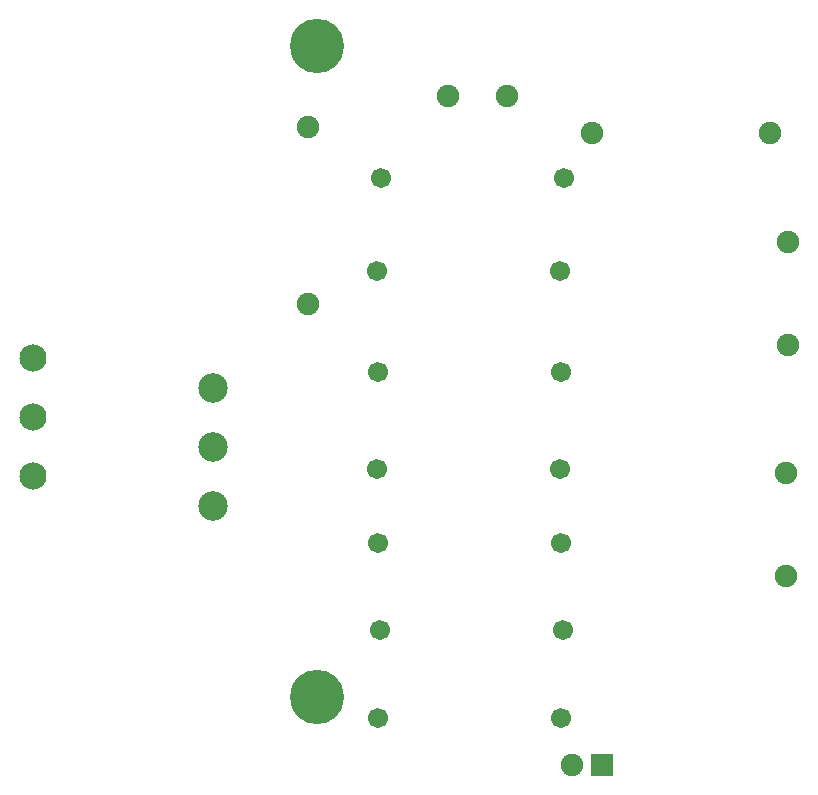
<source format=gbs>
G04 Layer: BottomSolderMaskLayer*
G04 EasyEDA Pro v2.1.64.d1969c9c.217bcf, 2024-09-27 00:26:44*
G04 Gerber Generator version 0.3*
G04 Scale: 100 percent, Rotated: No, Reflected: No*
G04 Dimensions in millimeters*
G04 Leading zeros omitted, absolute positions, 3 integers and 5 decimals*
%FSLAX35Y35*%
%MOMM*%
%AMRoundRect*1,1,$1,$2,$3*1,1,$1,$4,$5*1,1,$1,0-$2,0-$3*1,1,$1,0-$4,0-$5*20,1,$1,$2,$3,$4,$5,0*20,1,$1,$4,$5,0-$2,0-$3,0*20,1,$1,0-$2,0-$3,0-$4,0-$5,0*20,1,$1,0-$4,0-$5,$2,$3,0*4,1,4,$2,$3,$4,$5,0-$2,0-$3,0-$4,0-$5,$2,$3,0*%
%ADD10C,1.9016*%
%ADD11C,1.7016*%
%ADD12C,4.602*%
%ADD13RoundRect,0.09645X0.90257X-0.90257X-0.90257X-0.90257*%
%ADD14C,2.3016*%
%ADD15C,2.5016*%
G75*


G04 Pad Start*
G54D10*
G01X7175500Y3165500D03*
G01X7175500Y2295500D03*
G01X7188200Y5121300D03*
G01X7188200Y4251300D03*
G54D11*
G01X5270805Y1092200D03*
G01X3720795Y1092200D03*
G01X5283505Y1841500D03*
G01X3733495Y1841500D03*
G01X5258105Y3200400D03*
G01X3708095Y3200400D03*
G01X3720795Y2578100D03*
G01X5270805Y2578100D03*
G01X5267635Y4020299D03*
G01X3717625Y4020299D03*
G01X3708095Y4876800D03*
G01X5258105Y4876800D03*
G54D10*
G01X4809236Y6362700D03*
G01X4309364Y6362700D03*
G01X3124200Y6096711D03*
G01X3124200Y4596689D03*
G01X7036511Y6045200D03*
G01X5536489Y6045200D03*
G54D11*
G01X5296205Y5664200D03*
G01X3746195Y5664200D03*
G54D12*
G01X3206712Y6782689D03*
G01X3206712Y1268717D03*
G54D10*
G01X5359400Y698500D03*
G54D13*
G01X5613400Y698500D03*
G54D14*
G01X800100Y4142900D03*
G01X800100Y3642901D03*
G01X800100Y3142899D03*
G54D15*
G01X2324100Y2892900D03*
G01X2324100Y3392899D03*
G01X2324100Y3892901D03*
G04 Pad End*

M02*

</source>
